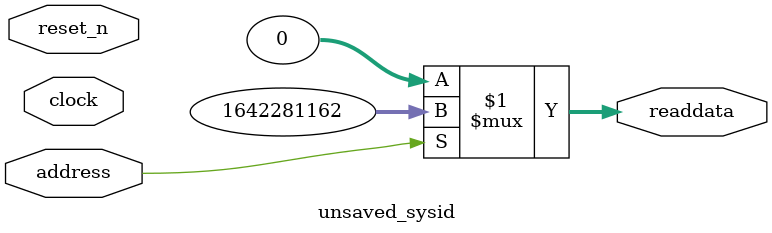
<source format=v>



// synthesis translate_off
`timescale 1ns / 1ps
// synthesis translate_on

// turn off superfluous verilog processor warnings 
// altera message_level Level1 
// altera message_off 10034 10035 10036 10037 10230 10240 10030 

module unsaved_sysid (
               // inputs:
                address,
                clock,
                reset_n,

               // outputs:
                readdata
             )
;

  output  [ 31: 0] readdata;
  input            address;
  input            clock;
  input            reset_n;

  wire    [ 31: 0] readdata;
  //control_slave, which is an e_avalon_slave
  assign readdata = address ? 1642281162 : 0;

endmodule



</source>
